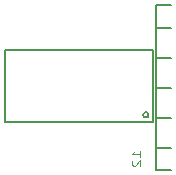
<source format=gbo>
G75*
G70*
%OFA0B0*%
%FSLAX24Y24*%
%IPPOS*%
%LPD*%
%AMOC8*
5,1,8,0,0,1.08239X$1,22.5*
%
%ADD10C,0.0030*%
%ADD11C,0.0050*%
D10*
X008296Y000393D02*
X008296Y000490D01*
X008344Y000538D01*
X008392Y000345D02*
X008586Y000538D01*
X008586Y000345D01*
X008392Y000345D02*
X008344Y000345D01*
X008296Y000393D01*
X008586Y000639D02*
X008586Y000833D01*
X008586Y000736D02*
X008296Y000736D01*
X008392Y000833D01*
D11*
X008992Y001793D02*
X004070Y001793D01*
X004070Y004190D01*
X008992Y004190D01*
X008992Y001793D01*
X009101Y001948D02*
X009601Y001948D01*
X009101Y001948D02*
X009101Y000948D01*
X009601Y000948D01*
X009101Y000948D02*
X009101Y000198D01*
X009601Y000198D01*
X009101Y001948D02*
X009101Y002948D01*
X009601Y002948D01*
X009101Y002948D02*
X009101Y003948D01*
X009601Y003948D01*
X009101Y003948D02*
X009101Y004948D01*
X009601Y004948D01*
X009101Y004948D02*
X009101Y005698D01*
X009601Y005698D01*
X008675Y002045D02*
X008701Y002107D01*
X008763Y002133D01*
X008825Y002107D01*
X008851Y002045D01*
X008825Y001983D01*
X008763Y001957D01*
X008701Y001983D01*
X008675Y002045D01*
M02*

</source>
